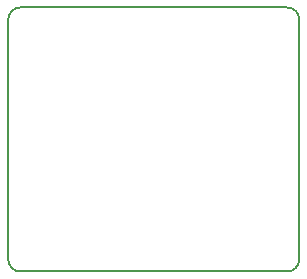
<source format=gm1>
G04 #@! TF.FileFunction,Profile,NP*
%FSLAX46Y46*%
G04 Gerber Fmt 4.6, Leading zero omitted, Abs format (unit mm)*
G04 Created by KiCad (PCBNEW 4.0.7) date 09/29/18 01:33:36*
%MOMM*%
%LPD*%
G01*
G04 APERTURE LIST*
%ADD10C,0.100000*%
%ADD11C,0.150000*%
G04 APERTURE END LIST*
D10*
D11*
X122047000Y-97028000D02*
X144653000Y-97028000D01*
X121031000Y-118364000D02*
X121031000Y-98044000D01*
X144653000Y-119380000D02*
X122047000Y-119380000D01*
X145669000Y-98044000D02*
X145669000Y-118364000D01*
X145669000Y-98044000D02*
G75*
G03X144653000Y-97028000I-1016000J0D01*
G01*
X144653000Y-119380000D02*
G75*
G03X145669000Y-118364000I0J1016000D01*
G01*
X121031000Y-118364000D02*
G75*
G03X122047000Y-119380000I1016000J0D01*
G01*
X122047000Y-97028000D02*
G75*
G03X121031000Y-98044000I0J-1016000D01*
G01*
M02*

</source>
